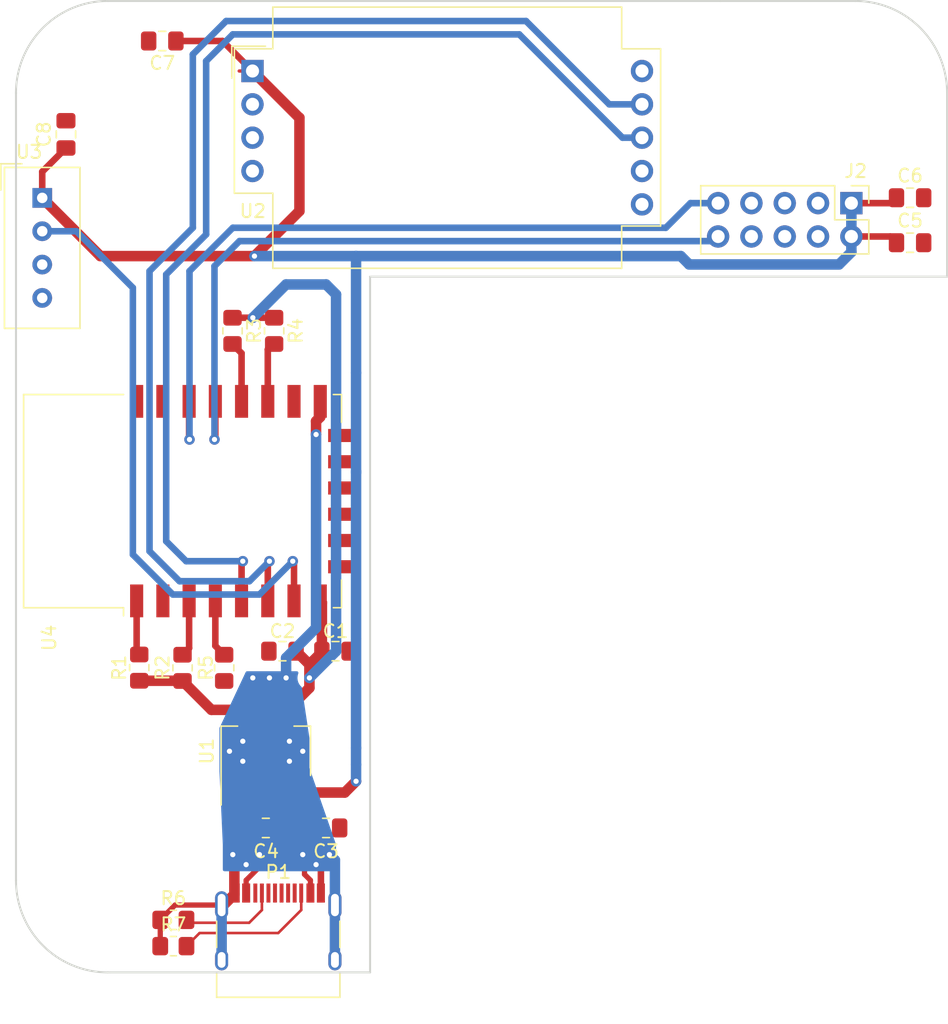
<source format=kicad_pcb>
(kicad_pcb (version 20211014) (generator pcbnew)
  (layers (0 "F.Cu" signal) (31 "B.Cu" signal) (34 "B.Paste" user) (35 "F.Paste" user) (36 "B.SilkS" user "B.Silkscreen") (37 "F.SilkS" user "F.Silkscreen") (38 "B.Mask" user) (39 "F.Mask" user) (44 "Edge.Cuts" user))
  (net 0 "")
  (net 2 "GND")
  (net 3 "+5V")
  (net 7 "Net-(P1-PadA5)")
  (net 10 "Net-(P1-PadB5)")
  (net 13 "Net-(R1-Pad1)")
  (net 14 "Net-(R2-Pad1)")
  (net 15 "Net-(R3-Pad2)")
  (net 16 "Net-(R4-Pad2)")
  (net 17 "Net-(R5-Pad2)")
  (net 31 "+3V3")
  (net 32 "D2")
  (net 33 "D1")
  (net 34 "D5")
  (net 35 "D6")
  (net 36 "D7")
  (footprint "Sensor:Aosong_DHT11_5.5x12.0_P2.54mm" (layer "F.Cu") (at 51 47)
    (fp_text reference "U3" (at -1 -3.5) (layer "F.SilkS"))
    (fp_text value "DHT11")
    (fp_line (start -3.16 -2.6) (end -3.16 -0.6) (layer "F.SilkS") (width 0.12))
    (fp_line (start -3.16 -2.6) (end -1.55 -2.6) (layer "F.SilkS") (width 0.12))
    (fp_line (start 2.88 9.94) (end -2.88 9.94) (layer "F.SilkS") (width 0.12))
    (fp_line (start -2.88 9.94) (end -2.88 -2.31) (layer "F.SilkS") (width 0.12))
    (fp_line (start 2.88 -2.32) (end 2.88 9.94) (layer "F.SilkS") (width 0.12))
    (fp_line (start -2.87 -2.32) (end 2.87 -2.32) (layer "F.SilkS") (width 0.12))
    (pad "1" thru_hole rect locked (at 0 0) (size 1.5 1.5) (drill 0.8) (layers *.Cu *.Mask) (net 3 "+5V"))
    (pad "2" thru_hole circle locked (at 0 2.54) (size 1.5 1.5) (drill 0.8) (layers *.Cu *.Mask) (net 36 "D7"))
    (pad "3" thru_hole circle locked (at 0 5.08) (size 1.5 1.5) (drill 0.8) (layers *.Cu *.Mask))
    (pad "4" thru_hole circle locked (at 0 7.62) (size 1.5 1.5) (drill 0.8) (layers *.Cu *.Mask) (net 2 "GND"))
  )
  (footprint "sensor:Senseair_S8_Up" (layer "F.Cu") (at 67.034 37.334)
    (fp_text reference "U2" (at 0.022 10.672) (layer "F.SilkS"))
    (fp_text value "004-0-0053")
    (fp_line (start 1.55 9.31) (end -1.38 9.31) (layer "F.SilkS") (width 0.12))
    (fp_line (start 31.12 -1.69) (end 28.15 -1.69) (layer "F.SilkS") (width 0.12))
    (fp_line (start 28.15 -1.69) (end 28.15 -4.87) (layer "F.SilkS") (width 0.12))
    (fp_line (start 28.15 15.03) (end 28.15 11.81) (layer "F.SilkS") (width 0.12))
    (fp_line (start 28.15 15.03) (end 1.55 15.03) (layer "F.SilkS") (width 0.12))
    (fp_line (start 1.55 -4.87) (end 1.55 -1.69) (layer "F.SilkS") (width 0.12))
    (fp_line (start 31.12 11.81) (end 31.12 -1.69) (layer "F.SilkS") (width 0.12))
    (fp_line (start -1.38 9.31) (end -1.38 -1.69) (layer "F.SilkS") (width 0.12))
    (fp_line (start -1.58 0.54) (end -1.58 -1.89) (layer "F.SilkS") (width 0.12))
    (fp_line (start 1.55 -4.87) (end 28.15 -4.87) (layer "F.SilkS") (width 0.12))
    (fp_line (start -1.58 -1.89) (end 0.99 -1.89) (layer "F.SilkS") (width 0.12))
    (fp_line (start 1.55 -1.69) (end -1.38 -1.69) (layer "F.SilkS") (width 0.12))
    (fp_line (start 31.12 11.81) (end 28.15 11.81) (layer "F.SilkS") (width 0.12))
    (fp_line (start 1.55 9.31) (end 1.55 15.03) (layer "F.SilkS") (width 0.12))
    (pad "1" thru_hole rect locked (at 0 0 180) (size 1.7 1.7) (drill 1) (layers *.Cu *.Mask) (net 3 "+5V"))
    (pad "2" thru_hole circle locked (at 0 2.54 180) (size 1.7 1.7) (drill 1) (layers *.Cu *.Mask) (net 2 "GND"))
    (pad "3" thru_hole circle locked (at 0 5.08 180) (size 1.7 1.7) (drill 1) (layers *.Cu *.Mask))
    (pad "4" thru_hole circle locked (at 0 7.62 180) (size 1.7 1.7) (drill 1) (layers *.Cu *.Mask))
    (pad "5" thru_hole circle locked (at 29.7 10.16 180) (size 1.7 1.7) (drill 1) (layers *.Cu *.Mask))
    (pad "6" thru_hole circle locked (at 29.7 7.62 180) (size 1.7 1.7) (drill 1) (layers *.Cu *.Mask))
    (pad "7" thru_hole circle locked (at 29.7 5.08 180) (size 1.7 1.7) (drill 1) (layers *.Cu *.Mask) (net 34 "D5"))
    (pad "8" thru_hole circle locked (at 29.7 2.54 180) (size 1.7 1.7) (drill 1) (layers *.Cu *.Mask) (net 35 "D6"))
    (pad "9" thru_hole circle locked (at 29.7 0 180) (size 1.7 1.7) (drill 1) (layers *.Cu *.Mask))
  )
  (footprint "Connector_PinHeader_2.54mm:PinHeader_2x05_P2.54mm_Vertical" (layer "F.Cu") (at 112.7 47.4 -90)
    (fp_text reference "J2" (at -2.442 -0.33 180) (layer "F.SilkS"))
    (fp_text value "PMS7003")
    (fp_line (start -1.33 11.49) (end 3.87 11.49) (layer "F.SilkS") (width 0.12))
    (fp_line (start -1.33 -1.33) (end 0 -1.33) (layer "F.SilkS") (width 0.12))
    (fp_line (start -1.33 1.27) (end 1.27 1.27) (layer "F.SilkS") (width 0.12))
    (fp_line (start 1.27 -1.33) (end 3.87 -1.33) (layer "F.SilkS") (width 0.12))
    (fp_line (start 1.27 1.27) (end 1.27 -1.33) (layer "F.SilkS") (width 0.12))
    (fp_line (start -1.33 0) (end -1.33 -1.33) (layer "F.SilkS") (width 0.12))
    (fp_line (start 3.87 -1.33) (end 3.87 11.49) (layer "F.SilkS") (width 0.12))
    (fp_line (start -1.33 1.27) (end -1.33 11.49) (layer "F.SilkS") (width 0.12))
    (pad "1" thru_hole rect locked (at 0 0 270) (size 1.7 1.7) (drill 1) (layers *.Cu *.Mask) (net 3 "+5V"))
    (pad "2" thru_hole oval locked (at 2.54 0 270) (size 1.7 1.7) (drill 1) (layers *.Cu *.Mask) (net 3 "+5V"))
    (pad "3" thru_hole oval locked (at 0 2.54 270) (size 1.7 1.7) (drill 1) (layers *.Cu *.Mask) (net 2 "GND"))
    (pad "4" thru_hole oval locked (at 2.54 2.54 270) (size 1.7 1.7) (drill 1) (layers *.Cu *.Mask) (net 2 "GND"))
    (pad "5" thru_hole oval locked (at 0 5.08 270) (size 1.7 1.7) (drill 1) (layers *.Cu *.Mask))
    (pad "6" thru_hole oval locked (at 2.54 5.08 270) (size 1.7 1.7) (drill 1) (layers *.Cu *.Mask))
    (pad "7" thru_hole oval locked (at 0 7.62 270) (size 1.7 1.7) (drill 1) (layers *.Cu *.Mask))
    (pad "8" thru_hole oval locked (at 2.54 7.62 270) (size 1.7 1.7) (drill 1) (layers *.Cu *.Mask))
    (pad "9" thru_hole oval locked (at 0 10.16 270) (size 1.7 1.7) (drill 1) (layers *.Cu *.Mask) (net 33 "D1"))
    (pad "10" thru_hole oval locked (at 2.54 10.16 270) (size 1.7 1.7) (drill 1) (layers *.Cu *.Mask) (net 32 "D2"))
  )
  (footprint "MountingHole:MountingHole_2.2mm_M2" (layer "F.Cu") (at 60 40)
    (fp_text reference "MH2" hide)
    (fp_text value "MountingHole_2.2mm_M2" hide)
    (pad "" np_thru_hole circle locked (at 0 0) (size 2.2 2.2) (drill 2.2) (layers *.Cu *.Mask))
  )
  (footprint "MountingHole:MountingHole_2.2mm_M2" (layer "F.Cu") (at 60 98)
    (fp_text reference "MH1" hide)
    (fp_text value "MountingHole_2.2mm_M2" hide)
    (pad "" np_thru_hole circle locked (at 0 0) (size 2.2 2.2) (drill 2.2) (layers *.Cu *.Mask))
  )
  (footprint "Capacitor_SMD:C_0805_2012Metric_Pad1.18x1.45mm_HandSolder" (layer "F.Cu") (at 73.3625 81.53)
    (fp_text reference "C1" (at 0 -1.524) (layer "F.SilkS"))
    (fp_text value "100nF")
    (fp_line (start -0.261252 -0.735) (end 0.261252 -0.735) (layer "F.SilkS") (width 0.12))
    (fp_line (start -0.261252 0.735) (end 0.261252 0.735) (layer "F.SilkS") (width 0.12))
    (pad "1" smd roundrect locked (at -1.0375 0) (size 1.175 1.45) (layers "F.Cu" "F.Paste" "F.Mask") (roundrect_rratio 0.2127659574) (net 31 "+3V3"))
    (pad "2" smd roundrect locked (at 1.0375 0) (size 1.175 1.45) (layers "F.Cu" "F.Paste" "F.Mask") (roundrect_rratio 0.2127659574) (net 2 "GND"))
  )
  (footprint "Capacitor_SMD:C_0805_2012Metric_Pad1.18x1.45mm_HandSolder" (layer "F.Cu") (at 69.32 81.53 180)
    (fp_text reference "C2" (at 0 1.524) (layer "F.SilkS"))
    (fp_text value "22uF")
    (fp_line (start -0.261252 -0.735) (end 0.261252 -0.735) (layer "F.SilkS") (width 0.12))
    (fp_line (start -0.261252 0.735) (end 0.261252 0.735) (layer "F.SilkS") (width 0.12))
    (pad "1" smd roundrect locked (at -1.0375 0 180) (size 1.175 1.45) (layers "F.Cu" "F.Paste" "F.Mask") (roundrect_rratio 0.2127659574) (net 31 "+3V3"))
    (pad "2" smd roundrect locked (at 1.0375 0 180) (size 1.175 1.45) (layers "F.Cu" "F.Paste" "F.Mask") (roundrect_rratio 0.2127659574) (net 2 "GND"))
  )
  (footprint "Capacitor_SMD:C_0805_2012Metric_Pad1.18x1.45mm_HandSolder" (layer "F.Cu") (at 72.644 94.996)
    (fp_text reference "C3" (at 0 1.778) (layer "F.SilkS"))
    (fp_text value "22uF")
    (fp_line (start -0.261252 -0.735) (end 0.261252 -0.735) (layer "F.SilkS") (width 0.12))
    (fp_line (start -0.261252 0.735) (end 0.261252 0.735) (layer "F.SilkS") (width 0.12))
    (pad "1" smd roundrect locked (at -1.0375 0) (size 1.175 1.45) (layers "F.Cu" "F.Paste" "F.Mask") (roundrect_rratio 0.2127659574) (net 3 "+5V"))
    (pad "2" smd roundrect locked (at 1.0375 0) (size 1.175 1.45) (layers "F.Cu" "F.Paste" "F.Mask") (roundrect_rratio 0.2127659574) (net 2 "GND"))
  )
  (footprint "Capacitor_SMD:C_0805_2012Metric_Pad1.18x1.45mm_HandSolder" (layer "F.Cu") (at 68.0505 94.996 180)
    (fp_text reference "C4" (at -0.0215 -1.778) (layer "F.SilkS"))
    (fp_text value "100nF")
    (fp_line (start -0.261252 -0.735) (end 0.261252 -0.735) (layer "F.SilkS") (width 0.12))
    (fp_line (start -0.261252 0.735) (end 0.261252 0.735) (layer "F.SilkS") (width 0.12))
    (pad "1" smd roundrect locked (at -1.0375 0 180) (size 1.175 1.45) (layers "F.Cu" "F.Paste" "F.Mask") (roundrect_rratio 0.2127659574) (net 3 "+5V"))
    (pad "2" smd roundrect locked (at 1.0375 0 180) (size 1.175 1.45) (layers "F.Cu" "F.Paste" "F.Mask") (roundrect_rratio 0.2127659574) (net 2 "GND"))
  )
  (footprint "Capacitor_SMD:C_0805_2012Metric_Pad1.18x1.45mm_HandSolder" (layer "F.Cu") (at 117.1775 50.415)
    (fp_text reference "C5" (at 0 -1.68) (layer "F.SilkS"))
    (fp_text value "22uF")
    (fp_line (start -0.261252 0.735) (end 0.261252 0.735) (layer "F.SilkS") (width 0.12))
    (fp_line (start -0.261252 -0.735) (end 0.261252 -0.735) (layer "F.SilkS") (width 0.12))
    (pad "1" smd roundrect locked (at -1.0375 0) (size 1.175 1.45) (layers "F.Cu" "F.Paste" "F.Mask") (roundrect_rratio 0.2127659574) (net 3 "+5V"))
    (pad "2" smd roundrect locked (at 1.0375 0) (size 1.175 1.45) (layers "F.Cu" "F.Paste" "F.Mask") (roundrect_rratio 0.2127659574) (net 2 "GND"))
  )
  (footprint "Capacitor_SMD:C_0805_2012Metric_Pad1.18x1.45mm_HandSolder" (layer "F.Cu") (at 117.1775 46.99)
    (fp_text reference "C6" (at 0 -1.68) (layer "F.SilkS"))
    (fp_text value "22uF")
    (fp_line (start -0.261252 0.735) (end 0.261252 0.735) (layer "F.SilkS") (width 0.12))
    (fp_line (start -0.261252 -0.735) (end 0.261252 -0.735) (layer "F.SilkS") (width 0.12))
    (pad "1" smd roundrect locked (at -1.0375 0) (size 1.175 1.45) (layers "F.Cu" "F.Paste" "F.Mask") (roundrect_rratio 0.2127659574) (net 3 "+5V"))
    (pad "2" smd roundrect locked (at 1.0375 0) (size 1.175 1.45) (layers "F.Cu" "F.Paste" "F.Mask") (roundrect_rratio 0.2127659574) (net 2 "GND"))
  )
  (footprint "Capacitor_SMD:C_0805_2012Metric_Pad1.18x1.45mm_HandSolder" (layer "F.Cu") (at 60.1545 35.048 180)
    (fp_text reference "C7" (at 0 -1.68) (layer "F.SilkS"))
    (fp_text value "22uF")
    (fp_line (start -0.261252 0.735) (end 0.261252 0.735) (layer "F.SilkS") (width 0.12))
    (fp_line (start -0.261252 -0.735) (end 0.261252 -0.735) (layer "F.SilkS") (width 0.12))
    (pad "1" smd roundrect locked (at -1.0375 0 180) (size 1.175 1.45) (layers "F.Cu" "F.Paste" "F.Mask") (roundrect_rratio 0.2127659574) (net 3 "+5V"))
    (pad "2" smd roundrect locked (at 1.0375 0 180) (size 1.175 1.45) (layers "F.Cu" "F.Paste" "F.Mask") (roundrect_rratio 0.2127659574) (net 2 "GND"))
  )
  (footprint "Capacitor_SMD:C_0805_2012Metric_Pad1.18x1.45mm_HandSolder" (layer "F.Cu") (at 52.81 42.16 90)
    (fp_text reference "C8" (at 0 -1.68 90) (layer "F.SilkS"))
    (fp_text value "22uF")
    (fp_line (start -0.261252 -0.735) (end 0.261252 -0.735) (layer "F.SilkS") (width 0.12))
    (fp_line (start -0.261252 0.735) (end 0.261252 0.735) (layer "F.SilkS") (width 0.12))
    (pad "1" smd roundrect locked (at -1.0375 0 90) (size 1.175 1.45) (layers "F.Cu" "F.Paste" "F.Mask") (roundrect_rratio 0.2127659574) (net 3 "+5V"))
    (pad "2" smd roundrect locked (at 1.0375 0 90) (size 1.175 1.45) (layers "F.Cu" "F.Paste" "F.Mask") (roundrect_rratio 0.2127659574) (net 2 "GND"))
  )
  (footprint "Resistor_SMD:R_0805_2012Metric_Pad1.20x1.40mm_HandSolder" (layer "F.Cu") (at 58.398 82.784 -90)
    (fp_text reference "R1" (at 0.016 1.524 90) (layer "F.SilkS"))
    (fp_text value "12K")
    (fp_line (start -0.227064 0.735) (end 0.227064 0.735) (layer "F.SilkS") (width 0.12))
    (fp_line (start -0.227064 -0.735) (end 0.227064 -0.735) (layer "F.SilkS") (width 0.12))
    (pad "1" smd roundrect locked (at -1 0 270) (size 1.2 1.4) (layers "F.Cu" "F.Paste" "F.Mask") (roundrect_rratio 0.2083325) (net 13 "Net-(R1-Pad1)"))
    (pad "2" smd roundrect locked (at 1 0 270) (size 1.2 1.4) (layers "F.Cu" "F.Paste" "F.Mask") (roundrect_rratio 0.2083325) (net 31 "+3V3"))
  )
  (footprint "Resistor_SMD:R_0805_2012Metric_Pad1.20x1.40mm_HandSolder" (layer "F.Cu") (at 61.7 82.8 -90)
    (fp_text reference "R2" (at 0 1.524 90) (layer "F.SilkS"))
    (fp_text value "12K")
    (fp_line (start -0.227064 -0.735) (end 0.227064 -0.735) (layer "F.SilkS") (width 0.12))
    (fp_line (start -0.227064 0.735) (end 0.227064 0.735) (layer "F.SilkS") (width 0.12))
    (pad "1" smd roundrect locked (at -1 0 270) (size 1.2 1.4) (layers "F.Cu" "F.Paste" "F.Mask") (roundrect_rratio 0.2083325) (net 14 "Net-(R2-Pad1)"))
    (pad "2" smd roundrect locked (at 1 0 270) (size 1.2 1.4) (layers "F.Cu" "F.Paste" "F.Mask") (roundrect_rratio 0.2083325) (net 31 "+3V3"))
  )
  (footprint "Resistor_SMD:R_0805_2012Metric_Pad1.20x1.40mm_HandSolder" (layer "F.Cu") (at 65.51 57.13 -90)
    (fp_text reference "R3" (at 0 -1.65 90) (layer "F.SilkS"))
    (fp_text value "12K")
    (fp_line (start -0.227064 0.735) (end 0.227064 0.735) (layer "F.SilkS") (width 0.12))
    (fp_line (start -0.227064 -0.735) (end 0.227064 -0.735) (layer "F.SilkS") (width 0.12))
    (pad "1" smd roundrect locked (at -1 0 270) (size 1.2 1.4) (layers "F.Cu" "F.Paste" "F.Mask") (roundrect_rratio 0.2083325) (net 31 "+3V3"))
    (pad "2" smd roundrect locked (at 1 0 270) (size 1.2 1.4) (layers "F.Cu" "F.Paste" "F.Mask") (roundrect_rratio 0.2083325) (net 15 "Net-(R3-Pad2)"))
  )
  (footprint "Resistor_SMD:R_0805_2012Metric_Pad1.20x1.40mm_HandSolder" (layer "F.Cu") (at 68.685 57.13 -90)
    (fp_text reference "R4" (at 0 -1.65 90) (layer "F.SilkS"))
    (fp_text value "12K")
    (fp_line (start -0.227064 0.735) (end 0.227064 0.735) (layer "F.SilkS") (width 0.12))
    (fp_line (start -0.227064 -0.735) (end 0.227064 -0.735) (layer "F.SilkS") (width 0.12))
    (pad "1" smd roundrect locked (at -1 0 270) (size 1.2 1.4) (layers "F.Cu" "F.Paste" "F.Mask") (roundrect_rratio 0.2083325) (net 31 "+3V3"))
    (pad "2" smd roundrect locked (at 1 0 270) (size 1.2 1.4) (layers "F.Cu" "F.Paste" "F.Mask") (roundrect_rratio 0.2083325) (net 16 "Net-(R4-Pad2)"))
  )
  (footprint "Resistor_SMD:R_0805_2012Metric_Pad1.20x1.40mm_HandSolder" (layer "F.Cu") (at 64.875 82.8 90)
    (fp_text reference "R5" (at 0 -1.397 90) (layer "F.SilkS"))
    (fp_text value "12K")
    (fp_line (start -0.227064 -0.735) (end 0.227064 -0.735) (layer "F.SilkS") (width 0.12))
    (fp_line (start -0.227064 0.735) (end 0.227064 0.735) (layer "F.SilkS") (width 0.12))
    (pad "1" smd roundrect locked (at -1 0 90) (size 1.2 1.4) (layers "F.Cu" "F.Paste" "F.Mask") (roundrect_rratio 0.2083325) (net 2 "GND"))
    (pad "2" smd roundrect locked (at 1 0 90) (size 1.2 1.4) (layers "F.Cu" "F.Paste" "F.Mask") (roundrect_rratio 0.2083325) (net 17 "Net-(R5-Pad2)"))
  )
  (footprint "Package_TO_SOT_SMD:SOT-223-3_TabPin2" (layer "F.Cu") (at 68.05 89.15 90)
    (fp_text reference "U1" (at 0 -4.5 90) (layer "F.SilkS"))
    (fp_text value "AMS1117-3.3")
    (fp_line (start 1.91 -3.41) (end 1.91 -2.15) (layer "F.SilkS") (width 0.12))
    (fp_line (start -4.1 -3.41) (end 1.91 -3.41) (layer "F.SilkS") (width 0.12))
    (fp_line (start -1.85 3.41) (end 1.91 3.41) (layer "F.SilkS") (width 0.12))
    (fp_line (start 1.91 3.41) (end 1.91 2.15) (layer "F.SilkS") (width 0.12))
    (pad "1" smd rect locked (at -3.15 -2.3 90) (size 2 1.5) (layers "F.Cu" "F.Paste" "F.Mask") (net 2 "GND"))
    (pad "2" smd rect locked (at -3.15 0 90) (size 2 1.5) (layers "F.Cu" "F.Paste" "F.Mask") (net 31 "+3V3"))
    (pad "2" smd rect locked (at 3.15 0 90) (size 2 3.8) (layers "F.Cu" "F.Paste" "F.Mask") (net 31 "+3V3"))
    (pad "3" smd rect locked (at -3.15 2.3 90) (size 2 1.5) (layers "F.Cu" "F.Paste" "F.Mask") (net 3 "+5V"))
  )
  (footprint "RF_Module:ESP-12E" (layer "F.Cu") (at 61.7 70.1 90)
    (fp_text reference "U4" (at -10.414 -10.16 90) (layer "F.SilkS"))
    (fp_text value "ESP-12F")
    (fp_line (start -6 12.12) (end -8.12 12.12) (layer "F.SilkS") (width 0.12))
    (fp_line (start -8.12 -4.5) (end -8.12 -12.12) (layer "F.SilkS") (width 0.12))
    (fp_line (start 8.12 11.5) (end 8.12 12.12) (layer "F.SilkS") (width 0.12))
    (fp_line (start 8.12 -12.12) (end 8.12 -4.5) (layer "F.SilkS") (width 0.12))
    (fp_line (start -8.12 12.12) (end -8.12 11.5) (layer "F.SilkS") (width 0.12))
    (fp_line (start 8.12 12.12) (end 6 12.12) (layer "F.SilkS") (width 0.12))
    (fp_line (start -8.12 -12.12) (end 8.12 -12.12) (layer "F.SilkS") (width 0.12))
    (fp_line (start -8.12 -4.5) (end -8.73 -4.5) (layer "F.SilkS") (width 0.12))
    (pad "1" smd rect locked (at -7.6 -3.5 90) (size 2.5 1) (layers "F.Cu" "F.Paste" "F.Mask") (net 13 "Net-(R1-Pad1)"))
    (pad "2" smd rect locked (at -7.6 -1.5 90) (size 2.5 1) (layers "F.Cu" "F.Paste" "F.Mask"))
    (pad "3" smd rect locked (at -7.6 0.5 90) (size 2.5 1) (layers "F.Cu" "F.Paste" "F.Mask") (net 14 "Net-(R2-Pad1)"))
    (pad "4" smd rect locked (at -7.6 2.5 90) (size 2.5 1) (layers "F.Cu" "F.Paste" "F.Mask") (net 17 "Net-(R5-Pad2)"))
    (pad "5" smd rect locked (at -7.6 4.5 90) (size 2.5 1) (layers "F.Cu" "F.Paste" "F.Mask") (net 34 "D5"))
    (pad "6" smd rect locked (at -7.6 6.5 90) (size 2.5 1) (layers "F.Cu" "F.Paste" "F.Mask") (net 35 "D6"))
    (pad "7" smd rect locked (at -7.6 8.5 90) (size 2.5 1) (layers "F.Cu" "F.Paste" "F.Mask") (net 36 "D7"))
    (pad "8" smd rect locked (at -7.6 10.5 90) (size 2.5 1) (layers "F.Cu" "F.Paste" "F.Mask") (net 31 "+3V3"))
    (pad "9" smd rect locked (at -5 12 90) (size 1 1.8) (layers "F.Cu" "F.Paste" "F.Mask"))
    (pad "10" smd rect locked (at -3 12 90) (size 1 1.8) (layers "F.Cu" "F.Paste" "F.Mask"))
    (pad "11" smd rect locked (at -1 12 90) (size 1 1.8) (layers "F.Cu" "F.Paste" "F.Mask"))
    (pad "12" smd rect locked (at 1 12 90) (size 1 1.8) (layers "F.Cu" "F.Paste" "F.Mask"))
    (pad "13" smd rect locked (at 3 12 90) (size 1 1.8) (layers "F.Cu" "F.Paste" "F.Mask"))
    (pad "14" smd rect locked (at 5 12 90) (size 1 1.8) (layers "F.Cu" "F.Paste" "F.Mask"))
    (pad "15" smd rect locked (at 7.6 10.5 90) (size 2.5 1) (layers "F.Cu" "F.Paste" "F.Mask") (net 2 "GND"))
    (pad "16" smd rect locked (at 7.6 8.5 90) (size 2.5 1) (layers "F.Cu" "F.Paste" "F.Mask"))
    (pad "17" smd rect locked (at 7.6 6.5 90) (size 2.5 1) (layers "F.Cu" "F.Paste" "F.Mask") (net 16 "Net-(R4-Pad2)"))
    (pad "18" smd rect locked (at 7.6 4.5 90) (size 2.5 1) (layers "F.Cu" "F.Paste" "F.Mask") (net 15 "Net-(R3-Pad2)"))
    (pad "19" smd rect locked (at 7.6 2.5 90) (size 2.5 1) (layers "F.Cu" "F.Paste" "F.Mask") (net 32 "D2"))
    (pad "20" smd rect locked (at 7.6 0.5 90) (size 2.5 1) (layers "F.Cu" "F.Paste" "F.Mask") (net 33 "D1"))
    (pad "21" smd rect locked (at 7.6 -1.5 90) (size 2.5 1) (layers "F.Cu" "F.Paste" "F.Mask"))
    (pad "22" smd rect locked (at 7.6 -3.5 90) (size 2.5 1) (layers "F.Cu" "F.Paste" "F.Mask"))
  )
  (footprint "Resistor_SMD:R_0805_2012Metric_Pad1.20x1.40mm_HandSolder" (layer "F.Cu") (at 61 104)
    (fp_text reference "R7" (at 0 -1.65) (layer "F.SilkS"))
    (fp_text value "5.1K")
    (fp_line (start -0.227064 -0.735) (end 0.227064 -0.735) (layer "F.SilkS") (width 0.12))
    (fp_line (start -0.227064 0.735) (end 0.227064 0.735) (layer "F.SilkS") (width 0.12))
    (pad "1" smd roundrect (at -1 0) (size 1.2 1.4) (layers "F.Cu" "F.Paste" "F.Mask") (roundrect_rratio 0.208333) (net 2 "GND"))
    (pad "2" smd roundrect (at 1 0) (size 1.2 1.4) (layers "F.Cu" "F.Paste" "F.Mask") (roundrect_rratio 0.208333) (net 10 "Net-(P1-PadB5)"))
  )
  (footprint "Resistor_SMD:R_0805_2012Metric_Pad1.20x1.40mm_HandSolder" (layer "F.Cu") (at 61 102)
    (fp_text reference "R6" (at 0 -1.65) (layer "F.SilkS"))
    (fp_text value "5.1K")
    (fp_line (start -0.227064 0.735) (end 0.227064 0.735) (layer "F.SilkS") (width 0.12))
    (fp_line (start -0.227064 -0.735) (end 0.227064 -0.735) (layer "F.SilkS") (width 0.12))
    (pad "1" smd roundrect (at -1 0) (size 1.2 1.4) (layers "F.Cu" "F.Paste" "F.Mask") (roundrect_rratio 0.208333) (net 2 "GND"))
    (pad "2" smd roundrect (at 1 0) (size 1.2 1.4) (layers "F.Cu" "F.Paste" "F.Mask") (roundrect_rratio 0.208333) (net 7 "Net-(P1-PadA5)"))
  )
  (footprint "Connector_USB:USB_C_Receptacle_HRO_TYPE-C-31-M-12" (layer "F.Cu") (at 69 104)
    (fp_text reference "P1" (at 0 -5.645) (layer "F.SilkS"))
    (fp_text value "USB_C_Plug_USB2.0")
    (fp_line (start -4.7 3.9) (end 4.7 3.9) (layer "F.SilkS") (width 0.12))
    (fp_line (start -4.7 2) (end -4.7 3.9) (layer "F.SilkS") (width 0.12))
    (fp_line (start -4.7 -1.9) (end -4.7 0.1) (layer "F.SilkS") (width 0.12))
    (fp_line (start 4.7 2) (end 4.7 3.9) (layer "F.SilkS") (width 0.12))
    (fp_line (start 4.7 -1.9) (end 4.7 0.1) (layer "F.SilkS") (width 0.12))
    (pad "" np_thru_hole circle (at 2.89 -2.6) (size 0.65 0.65) (drill 0.65) (layers *.Cu *.Mask))
    (pad "" np_thru_hole circle (at -2.89 -2.6) (size 0.65 0.65) (drill 0.65) (layers *.Cu *.Mask))
    (pad "A1" smd rect (at -3.25 -4.045) (size 0.6 1.45) (layers "F.Cu" "F.Paste" "F.Mask") (net 2 "GND"))
    (pad "A4" smd rect (at -2.45 -4.045) (size 0.6 1.45) (layers "F.Cu" "F.Paste" "F.Mask") (net 3 "+5V"))
    (pad "A5" smd rect (at -1.25 -4.045) (size 0.3 1.45) (layers "F.Cu" "F.Paste" "F.Mask") (net 7 "Net-(P1-PadA5)"))
    (pad "A6" smd rect (at -0.25 -4.045) (size 0.3 1.45) (layers "F.Cu" "F.Paste" "F.Mask"))
    (pad "A7" smd rect (at 0.25 -4.045) (size 0.3 1.45) (layers "F.Cu" "F.Paste" "F.Mask"))
    (pad "A8" smd rect (at 1.25 -4.045) (size 0.3 1.45) (layers "F.Cu" "F.Paste" "F.Mask"))
    (pad "A9" smd rect (at 2.45 -4.045) (size 0.6 1.45) (layers "F.Cu" "F.Paste" "F.Mask") (net 3 "+5V"))
    (pad "A12" smd rect (at 3.25 -4.045) (size 0.6 1.45) (layers "F.Cu" "F.Paste" "F.Mask") (net 2 "GND"))
    (pad "B1" smd rect (at 3.25 -4.045) (size 0.6 1.45) (layers "F.Cu" "F.Paste" "F.Mask") (net 2 "GND"))
    (pad "B4" smd rect (at 2.45 -4.045) (size 0.6 1.45) (layers "F.Cu" "F.Paste" "F.Mask") (net 3 "+5V"))
    (pad "B5" smd rect (at 1.75 -4.045) (size 0.3 1.45) (layers "F.Cu" "F.Paste" "F.Mask") (net 10 "Net-(P1-PadB5)"))
    (pad "B6" smd rect (at 0.75 -4.045) (size 0.3 1.45) (layers "F.Cu" "F.Paste" "F.Mask"))
    (pad "B7" smd rect (at -0.75 -4.045) (size 0.3 1.45) (layers "F.Cu" "F.Paste" "F.Mask"))
    (pad "B8" smd rect (at -1.75 -4.045) (size 0.3 1.45) (layers "F.Cu" "F.Paste" "F.Mask"))
    (pad "B9" smd rect (at -2.45 -4.045) (size 0.6 1.45) (layers "F.Cu" "F.Paste" "F.Mask") (net 3 "+5V"))
    (pad "B12" smd rect (at -3.25 -4.045) (size 0.6 1.45) (layers "F.Cu" "F.Paste" "F.Mask") (net 2 "GND"))
    (pad "S1" thru_hole oval (at -4.32 1.05) (size 1 1.6) (drill oval 0.6 1.2) (layers *.Cu *.Mask) (net 2 "GND"))
    (pad "S1" thru_hole oval (at -4.32 -3.13) (size 1 2.1) (drill oval 0.6 1.7) (layers *.Cu *.Mask) (net 2 "GND"))
    (pad "S1" thru_hole oval (at 4.32 -3.13) (size 1 2.1) (drill oval 0.6 1.7) (layers *.Cu *.Mask) (net 2 "GND"))
    (pad "S1" thru_hole oval (at 4.32 1.05) (size 1 1.6) (drill oval 0.6 1.2) (layers *.Cu *.Mask) (net 2 "GND"))
  )
  (footprint "MountingHole:MountingHole_2.2mm_M2" (layer "F.Cu") (at 109 40)
    (fp_text reference "MH3" hide)
    (fp_text value "MountingHole_2.2mm_M2" hide)
    (pad "" np_thru_hole circle locked (at 0 0) (size 2.2 2.2) (drill 2.2) (layers *.Cu *.Mask))
  )
  (gr_line (start 120 39) (end 120 53) (layer "Edge.Cuts") (width 0.15))
  (gr_arc (start 56 106) (mid 51.050253 103.949747) (end 49 99) (layer "Edge.Cuts") (width 0.15))
  (gr_arc (start 113 32) (mid 117.949747 34.050253) (end 120 39) (layer "Edge.Cuts") (width 0.15))
  (gr_line (start 102.7 32) (end 113 32) (layer "Edge.Cuts") (width 0.15))
  (gr_arc (start 49 39) (mid 51.050253 34.050253) (end 56 32) (layer "Edge.Cuts") (width 0.15))
  (gr_line (start 49 39) (end 49 99) (layer "Edge.Cuts") (width 0.15))
  (gr_line (start 56 106) (end 76 106) (layer "Edge.Cuts") (width 0.15))
  (gr_line (start 56 32) (end 102.7 32) (layer "Edge.Cuts") (width 0.15))
  (gr_line (start 76 106) (end 76 53) (layer "Edge.Cuts") (width 0.15))
  (gr_line (start 76 53) (end 120 53) (layer "Edge.Cuts") (width 0.15))
  (segment (start 61.13 100.87) (end 64.68 100.87) (width 0.4) (layer "F.Cu") (net 2))
  (segment (start 65.532 97.028) (end 65.65 97.146) (width 0.8) (layer "F.Cu") (net 2))
  (segment (start 72.25 98.158) (end 72.25 99.955) (width 0.5) (layer "F.Cu") (net 2))
  (segment (start 64.835 100.87) (end 64.68 100.87) (width 0.8) (layer "F.Cu") (net 2))
  (segment (start 71.882 97.79) (end 72.25 98.158) (width 0.5) (layer "F.Cu") (net 2))
  (segment (start 72.25 99.955) (end 72.405 99.955) (width 0.2) (layer "F.Cu") (net 2))
  (segment (start 65.65 97.146) (end 65.65 100.055) (width 0.8) (layer "F.Cu") (net 2))
  (segment (start 60 102) (end 61.13 100.87) (width 0.4) (layer "F.Cu") (net 2))
  (segment (start 71.882 64.008) (end 71.882 65.024) (width 0.8) (layer "F.Cu") (net 2))
  (segment (start 72.2 63.69) (end 71.882 64.008) (width 0.8) (layer "F.Cu") (net 2))
  (segment (start 71.865 97.807) (end 71.882 97.79) (width 0.5) (layer "F.Cu") (net 2))
  (segment (start 60 104) (end 60 102) (width 0.4) (layer "F.Cu") (net 2))
  (segment (start 72.2 62.5) (end 72.2 63.69) (width 0.8) (layer "F.Cu") (net 2))
  (segment (start 65.65 100.055) (end 64.835 100.87) (width 0.8) (layer "F.Cu") (net 2))
  (via (at 66.294 89.916) (size 0.8) (drill 0.4) (layers "F.Cu" "B.Cu") (net 2))
  (via (at 70.866 97.028) (size 0.8) (drill 0.4) (layers "F.Cu" "B.Cu") (net 2))
  (via (at 66.294 88.392) (size 0.8) (drill 0.4) (layers "F.Cu" "B.Cu") (net 2))
  (via (at 69.85 89.916) (size 0.8) (drill 0.4) (layers "F.Cu" "B.Cu") (net 2))
  (via (at 69.596 83.566) (size 0.8) (drill 0.4) (layers "F.Cu" "B.Cu") (net 2))
  (via (at 68.326 83.566) (size 0.8) (drill 0.4) (layers "F.Cu" "B.Cu") (net 2))
  (via (at 71.882 65.024) (size 0.8) (drill 0.4) (layers "F.Cu" "B.Cu") (net 2))
  (via (at 67.056 83.566) (size 0.8) (drill 0.4) (layers "F.Cu" "B.Cu") (net 2))
  (via (at 72.898 97.028) (size 0.8) (drill 0.4) (layers "F.Cu" "B.Cu") (net 2))
  (via (at 65.532 97.028) (size 0.8) (drill 0.4) (layers "F.Cu" "B.Cu") (net 2))
  (via (at 67.564 97.028) (size 0.8) (drill 0.4) (layers "F.Cu" "B.Cu") (net 2))
  (via (at 66.548 97.79) (size 0.8) (drill 0.4) (layers "F.Cu" "B.Cu") (net 2))
  (via (at 70.866 89.154) (size 0.8) (drill 0.4) (layers "F.Cu" "B.Cu") (net 2))
  (via (at 71.882 97.79) (size 0.8) (drill 0.4) (layers "F.Cu" "B.Cu") (net 2))
  (via (at 69.85 88.392) (size 0.8) (drill 0.4) (layers "F.Cu" "B.Cu") (net 2))
  (via (at 65.278 89.154) (size 0.8) (drill 0.4) (layers "F.Cu" "B.Cu") (net 2))
  (segment (start 69.85 83.82) (end 69.596 83.566) (width 0.8) (layer "B.Cu") (net 2))
  (segment (start 73.32 105.05) (end 73.32 100.87) (width 0.8) (layer "B.Cu") (net 2))
  (segment (start 64.68 100.87) (end 64.68 105.05) (width 0.8) (layer "B.Cu") (net 2))
  (segment (start 68.326 83.566) (end 67.056 83.566) (width 0.8) (layer "B.Cu") (net 2))
  (segment (start 69.596 82.042) (end 69.596 83.566) (width 0.8) (layer "B.Cu") (net 2))
  (segment (start 71.882 79.756) (end 69.596 82.042) (width 0.8) (layer "B.Cu") (net 2))
  (segment (start 69.596 83.566) (end 68.326 83.566) (width 0.8) (layer "B.Cu") (net 2))
  (segment (start 71.882 65.024) (end 71.882 79.756) (width 0.8) (layer "B.Cu") (net 2))
  (segment (start 69.85 88.392) (end 69.85 83.82) (width 0.8) (layer "B.Cu") (net 2))
  (segment (start 73.32 97.45) (end 72.898 97.028) (width 0.8) (layer "B.Cu") (net 2))
  (segment (start 73.32 100.87) (end 73.32 97.45) (width 0.8) (layer "B.Cu") (net 2))
  (segment (start 67.183 51.435) (end 55.435 51.435) (width 0.8) (layer "F.Cu") (net 3))
  (segment (start 71.45 98.98) (end 71 98.53) (width 0.4) (layer "F.Cu") (net 3))
  (segment (start 61.192 35.048) (end 64.748 35.048) (width 0.5) (layer "F.Cu") (net 3))
  (segment (start 71 98.53) (end 71 98) (width 0.4) (layer "F.Cu") (net 3))
  (segment (start 67.53 98) (end 68 98) (width 0.4) (layer "F.Cu") (net 3))
  (segment (start 70.612 40.894) (end 70.594 40.894) (width 0.8) (layer "F.Cu") (net 3))
  (segment (start 51 45.0075) (end 52.81 43.1975) (width 0.5) (layer "F.Cu") (net 3))
  (segment (start 66.55 99.955) (end 66.55 98.98) (width 0.4) (layer "F.Cu") (net 3))
  (segment (start 71.6065 94.996) (end 70.996 94.996) (width 0.8) (layer "F.Cu") (net 3))
  (segment (start 115.73 47.4) (end 116.14 46.99) (width 0.5) (layer "F.Cu") (net 3))
  (segment (start 74.07 92.3) (end 70.35 92.3) (width 0.8) (layer "F.Cu") (net 3))
  (segment (start 112.7 49.94) (end 115.665 49.94) (width 0.5) (layer "F.Cu") (net 3))
  (segment (start 70.612 48.006) (end 70.612 40.894) (width 0.8) (layer "F.Cu") (net 3))
  (segment (start 70.35 95.004) (end 70 95.354) (width 0.5) (layer "F.Cu") (net 3))
  (segment (start 67.183 51.435) (end 70.612 48.006) (width 0.8) (layer "F.Cu") (net 3))
  (segment (start 67.034 37.334) (end 66.018 37.334) (width 0.25) (layer "F.Cu") (net 3))
  (segment (start 51 47) (end 51 45.0075) (width 0.5) (layer "F.Cu") (net 3))
  (segment (start 55.435 51.435) (end 51 47) (width 0.8) (layer "F.Cu") (net 3))
  (segment (start 70.342 94.996) (end 70.35 95.004) (width 0.8) (layer "F.Cu") (net 3))
  (segment (start 70.594 40.894) (end 67.034 37.334) (width 0.8) (layer "F.Cu") (net 3))
  (segment (start 112.7 47.4) (end 115.73 47.4) (width 0.5) (layer "F.Cu") (net 3))
  (segment (start 69.265 95.173) (end 69.088 94.996) (width 0.5) (layer "F.Cu") (net 3))
  (segment (start 70.35 95.004) (end 70.35 92.3) (width 0.5) (layer "F.Cu") (net 3))
  (segment (start 69.088 94.996) (end 70.342 94.996) (width 0.8) (layer "F.Cu") (net 3))
  (segment (start 70 98) (end 68 98) (width 0.5) (layer "F.Cu") (net 3))
  (segment (start 70 98) (end 71 98) (width 0.5) (layer "F.Cu") (net 3))
  (segment (start 70.996 94.996) (end 70.342 94.996) (width 0.8) (layer "F.Cu") (net 3))
  (segment (start 71.45 99.955) (end 71.45 98.98) (width 0.4) (layer "F.Cu") (net 3))
  (segment (start 71 98) (end 69 98) (width 0.2) (layer "F.Cu") (net 3))
  (segment (start 74.07 92.3) (end 74.93 91.44) (width 0.8) (layer "F.Cu") (net 3))
  (segment (start 70 95.354) (end 70 98) (width 0.5) (layer "F.Cu") (net 3))
  (segment (start 68 98) (end 69 98) (width 0.2) (layer "F.Cu") (net 3))
  (segment (start 64.748 35.048) (end 67.034 37.334) (width 0.5) (layer "F.Cu") (net 3))
  (segment (start 115.665 49.94) (end 116.14 50.415) (width 0.5) (layer "F.Cu") (net 3))
  (segment (start 66.55 98.98) (end 67.53 98) (width 0.4) (layer "F.Cu") (net 3))
  (segment (start 70 98) (end 69 98) (width 0.5) (layer "F.Cu") (net 3))
  (via (at 67.183 51.435) (size 0.8) (drill 0.4) (layers "F.Cu" "B.Cu") (net 3))
  (via (at 74.93 91.44) (size 0.8) (drill 0.4) (layers "F.Cu" "B.Cu") (net 3))
  (segment (start 74.93 90.17) (end 74.93 91.44) (width 0.8) (layer "B.Cu") (net 3))
  (segment (start 112.7 49.94) (end 112.7 47.4) (width 0.8) (layer "B.Cu") (net 3))
  (segment (start 112.7 51.13) (end 112.7 49.94) (width 0.8) (layer "B.Cu") (net 3))
  (segment (start 74.93 60.325) (end 74.93 51.435) (width 0.8) (layer "B.Cu") (net 3))
  (segment (start 74.93 80.518) (end 74.93 67.818) (width 0.8) (layer "B.Cu") (net 3))
  (segment (start 74.93 88.9) (end 74.93 90.17) (width 0.8) (layer "B.Cu") (net 3))
  (segment (start 74.93 88.9) (end 74.93 80.645) (width 0.8) (layer "B.Cu") (net 3))
  (segment (start 74.93 67.945) (end 74.93 60.325) (width 0.8) (layer "B.Cu") (net 3))
  (segment (start 74.93 51.435) (end 67.183 51.435) (width 0.8) (layer "B.Cu") (net 3))
  (segment (start 74.93 51.435) (end 99.695 51.435) (width 0.8) (layer "B.Cu") (net 3))
  (segment (start 100.33 52.07) (end 111.76 52.07) (width 0.8) (layer "B.Cu") (net 3))
  (segment (start 111.76 52.07) (end 112.7 51.13) (width 0.8) (layer "B.Cu") (net 3))
  (segment (start 99.695 51.435) (end 100.33 52.07) (width 0.8) (layer "B.Cu") (net 3))
  (segment (start 62.22 102.22) (end 66.78 102.22) (width 0.2) (layer "F.Cu") (net 7))
  (segment (start 67.75 101.25) (end 67.75 99.955) (width 0.2) (layer "F.Cu") (net 7))
  (segment (start 66.78 102.22) (end 67.75 101.25) (width 0.2) (layer "F.Cu") (net 7))
  (segment (start 62 102) (end 62.22 102.22) (width 0.2) (layer "F.Cu") (net 7))
  (segment (start 63 103) (end 69 103) (width 0.2) (layer "F.Cu") (net 10))
  (segment (start 69 103) (end 70.75 101.25) (width 0.2) (layer "F.Cu") (net 10))
  (segment (start 62 104) (end 63 103) (width 0.2) (layer "F.Cu") (net 10))
  (segment (start 70.75 101.25) (end 70.75 99.955) (width 0.2) (layer "F.Cu") (net 10))
  (segment (start 58.2 81.586) (end 58.398 81.784) (width 0.5) (layer "F.Cu") (net 13))
  (segment (start 58.2 77.7) (end 58.2 81.586) (width 0.5) (layer "F.Cu") (net 13))
  (segment (start 62.2 81.3) (end 61.7 81.8) (width 0.5) (layer "F.Cu") (net 14))
  (segment (start 62.2 77.7) (end 62.2 81.3) (width 0.5) (layer "F.Cu") (net 14))
  (segment (start 66.2 58.834) (end 66.2 62.5) (width 0.5) (layer "F.Cu") (net 15))
  (segment (start 65.51 58.13) (end 65.51 58.144) (width 0.5) (layer "F.Cu") (net 15))
  (segment (start 65.51 58.144) (end 66.2 58.834) (width 0.5) (layer "F.Cu") (net 15))
  (segment (start 68.616 58.13) (end 68.2 58.546) (width 0.5) (layer "F.Cu") (net 16))
  (segment (start 68.2 58.546) (end 68.2 62.5) (width 0.5) (layer "F.Cu") (net 16))
  (segment (start 68.685 58.13) (end 68.616 58.13) (width 0.5) (layer "F.Cu") (net 16))
  (segment (start 64.2 77.7) (end 64.2 81.125) (width 0.5) (layer "F.Cu") (net 17))
  (segment (start 64.2 81.125) (end 64.875 81.8) (width 0.5) (layer "F.Cu") (net 17))
  (segment (start 71.374 83.566) (end 71.374 82.5465) (width 0.8) (layer "F.Cu") (net 31))
  (segment (start 67.06 56.13) (end 68.685 56.13) (width 0.5) (layer "F.Cu") (net 31))
  (segment (start 68.05 92.3) (end 68.05 86) (width 0.8) (layer "F.Cu") (net 31))
  (segment (start 61.684 83.784) (end 61.7 83.8) (width 0.8) (layer "F.Cu") (net 31))
  (segment (start 71.374 82.5465) (end 70.3575 81.53) (width 0.8) (layer "F.Cu") (net 31))
  (segment (start 58.398 83.784) (end 61.684 83.784) (width 0.8) (layer "F.Cu") (net 31))
  (segment (start 68.05 86) (end 69.702 86) (width 0.8) (layer "F.Cu") (net 31))
  (segment (start 72.325 81.53) (end 72.325 81.5955) (width 0.8) (layer "F.Cu") (net 31))
  (segment (start 63.9 86) (end 61.7 83.8) (width 0.8) (layer "F.Cu") (net 31))
  (segment (start 72.325 81.53) (end 72.325 77.825) (width 0.8) (layer "F.Cu") (net 31))
  (segment (start 69.702 86) (end 71.374 84.328) (width 0.8) (layer "F.Cu") (net 31))
  (segment (start 65.51 56.13) (end 67.06 56.13) (width 0.5) (layer "F.Cu") (net 31))
  (segment (start 72.325 77.825) (end 72.2 77.7) (width 0.8) (layer "F.Cu") (net 31))
  (segment (start 68.05 86) (end 63.9 86) (width 0.8) (layer "F.Cu") (net 31))
  (segment (start 71.374 84.328) (end 71.374 83.566) (width 0.8) (layer "F.Cu") (net 31))
  (segment (start 72.325 81.5955) (end 71.374 82.5465) (width 0.8) (layer "F.Cu") (net 31))
  (via (at 67.06 56.13) (size 0.8) (drill 0.4) (layers "F.Cu" "B.Cu") (net 31))
  (via (at 71.374 83.566) (size 0.8) (drill 0.4) (layers "F.Cu" "B.Cu") (net 31))
  (segment (start 73.406 54.356) (end 72.644 53.594) (width 0.8) (layer "B.Cu") (net 31))
  (segment (start 69.596 53.594) (end 67.06 56.13) (width 0.8) (layer "B.Cu") (net 31))
  (segment (start 73.406 81.534) (end 73.406 54.356) (width 0.8) (layer "B.Cu") (net 31))
  (segment (start 72.644 53.594) (end 69.596 53.594) (width 0.8) (layer "B.Cu") (net 31))
  (segment (start 71.374 83.566) (end 73.406 81.534) (width 0.8) (layer "B.Cu") (net 31))
  (segment (start 64.2 65.34) (end 64.135 65.405) (width 0.5) (layer "F.Cu") (net 32))
  (segment (start 64.2 62.5) (end 64.2 65.34) (width 0.5) (layer "F.Cu") (net 32))
  (via (at 64.135 65.405) (size 0.8) (drill 0.4) (layers "F.Cu" "B.Cu") (net 32))
  (segment (start 64.135 52.197) (end 66.04 50.292) (width 0.5) (layer "B.Cu") (net 32))
  (segment (start 64.135 65.405) (end 64.135 52.197) (width 0.5) (layer "B.Cu") (net 32))
  (segment (start 66.04 50.292) (end 102.188 50.292) (width 0.5) (layer "B.Cu") (net 32))
  (segment (start 102.188 50.292) (end 102.54 49.94) (width 0.5) (layer "B.Cu") (net 32))
  (segment (start 62.2 62.5) (end 62.2 65.375) (width 0.5) (layer "F.Cu") (net 33))
  (segment (start 62.2 65.375) (end 62.23 65.405) (width 0.5) (layer "F.Cu") (net 33))
  (via (at 62.23 65.405) (size 0.8) (drill 0.4) (layers "F.Cu" "B.Cu") (net 33))
  (segment (start 65.532 49.276) (end 98.552 49.276) (width 0.5) (layer "B.Cu") (net 33))
  (segment (start 62.23 65.405) (end 62.23 52.578) (width 0.5) (layer "B.Cu") (net 33))
  (segment (start 98.552 49.276) (end 100.428 47.4) (width 0.5) (layer "B.Cu") (net 33))
  (segment (start 100.428 47.4) (end 102.54 47.4) (width 0.5) (layer "B.Cu") (net 33))
  (segment (start 62.23 52.578) (end 65.532 49.276) (width 0.5) (layer "B.Cu") (net 33))
  (segment (start 66.2 77.7) (end 66.2 74.77) (width 0.5) (layer "F.Cu") (net 34))
  (segment (start 66.2 74.77) (end 66.294 74.676) (width 0.5) (layer "F.Cu") (net 34))
  (via (at 66.294 74.676) (size 0.8) (drill 0.4) (layers "F.Cu" "B.Cu") (net 34))
  (segment (start 63.5 49.784) (end 63.5 36.576) (width 0.5) (layer "B.Cu") (net 34))
  (segment (start 60.452 52.832) (end 63.5 49.784) (width 0.5) (layer "B.Cu") (net 34))
  (segment (start 61.976 74.676) (end 60.452 73.152) (width 0.5) (layer "B.Cu") (net 34))
  (segment (start 65.532 34.544) (end 87.376 34.544) (width 0.5) (layer "B.Cu") (net 34))
  (segment (start 63.5 36.576) (end 65.532 34.544) (width 0.5) (layer "B.Cu") (net 34))
  (segment (start 95.246 42.414) (end 96.734 42.414) (width 0.5) (layer "B.Cu") (net 34))
  (segment (start 60.452 73.152) (end 60.452 52.832) (width 0.5) (layer "B.Cu") (net 34))
  (segment (start 87.376 34.544) (end 95.246 42.414) (width 0.5) (layer "B.Cu") (net 34))
  (segment (start 66.294 74.676) (end 61.976 74.676) (width 0.5) (layer "B.Cu") (net 34))
  (segment (start 68.2 74.802) (end 68.326 74.676) (width 0.5) (layer "F.Cu") (net 35))
  (segment (start 68.2 77.7) (end 68.2 74.802) (width 0.5) (layer "F.Cu") (net 35))
  (via (at 68.326 74.676) (size 0.8) (drill 0.4) (layers "F.Cu" "B.Cu") (net 35))
  (segment (start 59.182 52.578) (end 62.484 49.276) (width 0.5) (layer "B.Cu") (net 35))
  (segment (start 62.484 49.276) (end 62.484 36.068) (width 0.5) (layer "B.Cu") (net 35))
  (segment (start 62.484 36.068) (end 65.024 33.528) (width 0.5) (layer "B.Cu") (net 35))
  (segment (start 68.326 74.676) (end 66.802 76.2) (width 0.5) (layer "B.Cu") (net 35))
  (segment (start 59.182 73.914) (end 59.182 52.578) (width 0.5) (layer "B.Cu") (net 35))
  (segment (start 66.802 76.2) (end 61.468 76.2) (width 0.5) (layer "B.Cu") (net 35))
  (segment (start 94.238 39.874) (end 96.734 39.874) (width 0.5) (layer "B.Cu") (net 35))
  (segment (start 87.892 33.528) (end 94.238 39.874) (width 0.5) (layer "B.Cu") (net 35))
  (segment (start 61.468 76.2) (end 59.182 73.914) (width 0.5) (layer "B.Cu") (net 35))
  (segment (start 65.024 33.528) (end 87.892 33.528) (width 0.5) (layer "B.Cu") (net 35))
  (segment (start 70.2 77.7) (end 70.2 74.772) (width 0.5) (layer "F.Cu") (net 36))
  (segment (start 70.2 74.772) (end 70.104 74.676) (width 0.5) (layer "F.Cu") (net 36))
  (via (at 70.104 74.676) (size 0.8) (drill 0.4) (layers "F.Cu" "B.Cu") (net 36))
  (segment (start 53.604 49.54) (end 51 49.54) (width 0.5) (layer "B.Cu") (net 36))
  (segment (start 67.564 77.216) (end 60.96 77.216) (width 0.5) (layer "B.Cu") (net 36))
  (segment (start 57.912 74.168) (end 57.912 53.848) (width 0.5) (layer "B.Cu") (net 36))
  (segment (start 60.96 77.216) (end 57.912 74.168) (width 0.5) (layer "B.Cu") (net 36))
  (segment (start 57.912 53.848) (end 53.604 49.54) (width 0.5) (layer "B.Cu") (net 36))
  (segment (start 70.104 74.676) (end 67.564 77.216) (width 0.5) (layer "B.Cu") (net 36))
  (zone (net 0) (net_name "") (layers F&B.Cu) (connect_pads (clearance 0)) (min_thickness 0.254)
    (keepout (tracks not_allowed) (vias not_allowed) (pads allowed) (copperpour not_allowed) (footprints allowed))
    (fill (thermal_gap 0.508) (thermal_bridge_width 0.508))
    (polygon (pts (xy 57.128 79.752) (xy 49 79.752) (xy 49 60.448) (xy 57.128 60.448)))
  )
  (zone (net 2) (net_name "GND") (layer "B.Cu") (connect_pads (clearance 0.508)) (min_thickness 0.254) (fill yes (thermal_gap 0.508) (thermal_bridge_width 0.508))
    (polygon (pts (xy 71.374 88.138) (xy 71.374 90.424) (xy 73.406 96.266) (xy 73.406 98.298) (xy 64.77 98.298) (xy 64.77 96.266) (xy 64.516 90.678) (xy 64.516 87.376) (xy 66.548 83.058) (xy 70.612 83.058)))
  )
)
</source>
